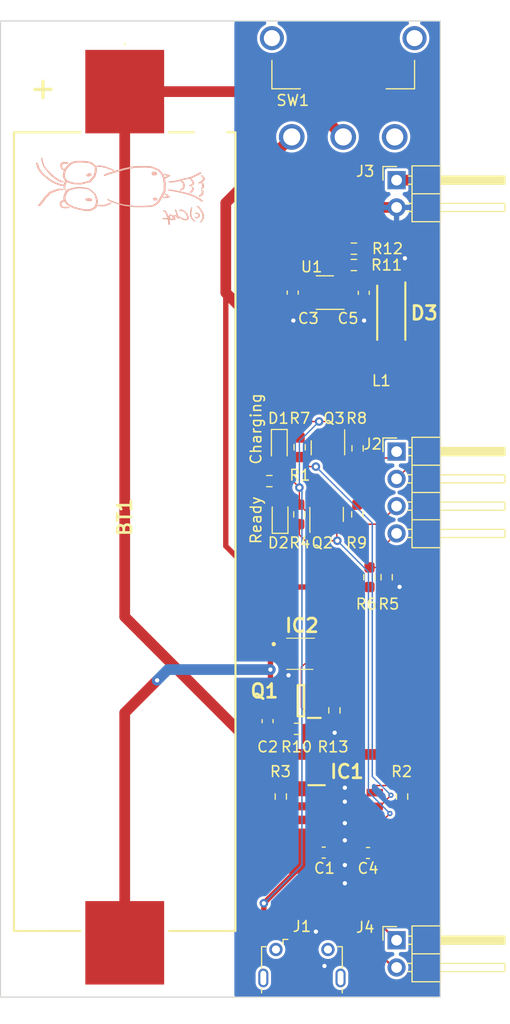
<source format=kicad_pcb>
(kicad_pcb (version 20221018) (generator pcbnew)
  (title_block (company "chof.org"))
  (layers (0 "F.Cu" signal) (31 "B.Cu" signal) (34 "B.Paste" user) (35 "F.Paste" user) (36 "B.SilkS" user "B.Silkscreen") (37 "F.SilkS" user "F.Silkscreen") (38 "B.Mask" user) (39 "F.Mask" user) (44 "Edge.Cuts" user))
  (net 0 "")
  (net 1 "BAT+")
  (net 2 "BAT-")
  (net 3 "VBUS")
  (net 4 "GND")
  (net 5 "VBAT")
  (net 6 "+5V")
  (net 7 "CHG_IND")
  (net 8 "Net-(D1-A)")
  (net 9 "RDY_IND")
  (net 10 "Net-(IC1-ISET)")
  (net 11 "Net-(IC1-FB)")
  (net 12 "Net-(IC2-OD)")
  (net 13 "Net-(IC2-CS)")
  (net 14 "Net-(IC2-OC)")
  (net 16 "VREF")
  (net 17 "Net-(J2-Pin_2)")
  (net 18 "Net-(J2-Pin_3)")
  (net 19 "/BAT_SENSE")
  (net 20 "/boosted")
  (net 23 "Net-(U1-FB)")
  (net 26 "Net-(IC2-VSS)")
  (net 29 "USB_P")
  (net 30 "USB_N")
  (footprint "Chof747 Footprints:SOT95P280X145-6N" (layer "F.Cu") (at 77 122.6 180)
    (fp_text reference "IC2" (at -0.1 7) (layer "F.SilkS") (effects (font (size 1.27 1.27) (thickness 0.254))))
    (fp_text value "HY2112" hide)
    (pad "1" smd rect (at -1.25 -0.95 270) (size 0.6 1.2) (layers "F.Cu" "F.Paste" "F.Mask") (net 12 "Net-(IC2-OD)"))
    (pad "2" smd rect (at -1.25 0 270) (size 0.6 1.2) (layers "F.Cu" "F.Paste" "F.Mask") (net 13 "Net-(IC2-CS)"))
    (pad "3" smd rect (at -1.25 0.95 270) (size 0.6 1.2) (layers "F.Cu" "F.Paste" "F.Mask") (net 14 "Net-(IC2-OC)"))
    (pad "4" smd rect (at 1.25 0.95 270) (size 0.6 1.2) (layers "F.Cu" "F.Paste" "F.Mask"))
    (pad "5" smd rect (at 1.25 0 270) (size 0.6 1.2) (layers "F.Cu" "F.Paste" "F.Mask") (net 2 "BAT-"))
    (pad "6" smd rect (at 1.25 -0.95 270) (size 0.6 1.2) (layers "F.Cu" "F.Paste" "F.Mask") (net 26 "Net-(IC2-VSS)"))
  )
  (footprint "Connector_PinHeader_2.54mm:PinHeader_1x04_P2.54mm_Horizontal" (layer "F.Cu") (at 85.925 99.4)
    (fp_text reference "J2" (at -2.225 -0.7) (layer "F.SilkS"))
    (fp_text value "INDICATORS")
    (pad "1" thru_hole rect (at 0 0) (size 1.7 1.7) (drill 1) (layers "*.Cu" "*.Mask") (net 16 "VREF"))
    (pad "2" thru_hole oval (at 0 2.54) (size 1.7 1.7) (drill 1) (layers "*.Cu" "*.Mask") (net 17 "Net-(J2-Pin_2)"))
    (pad "3" thru_hole oval (at 0 5.08) (size 1.7 1.7) (drill 1) (layers "*.Cu" "*.Mask") (net 18 "Net-(J2-Pin_3)"))
    (pad "4" thru_hole oval (at 0 7.62) (size 1.7 1.7) (drill 1) (layers "*.Cu" "*.Mask") (net 19 "/BAT_SENSE"))
  )
  (footprint "Chof747 Footprints:BH18650B1BA002" (layer "F.Cu") (at 60.579 105.5116 90)
    (fp_text reference "BT1" (at 0 0 90) (layer "F.SilkS") (effects (font (size 1.27 1.27) (thickness 0.254))))
    (fp_text value "BH-18650-B1BA002" hide)
    (fp_text user "+" (at 38.4 -6.6 90 unlocked) (layer "F.SilkS") (effects (font (size 2 2) (thickness 0.3)) (justify left bottom)))
    (pad "" np_thru_hole circle (at 35.84 8 90) (size 2.4 2.4) (drill 2.4) (layers "*.Cu" "*.Mask"))
    (pad "1" smd rect (at 39.63 0 180) (size 7.35 7.77) (layers "F.Cu" "F.Paste" "F.Mask") (net 1 "BAT+"))
    (pad "2" smd rect (at -39.63 0 180) (size 7.35 7.77) (layers "F.Cu" "F.Paste" "F.Mask") (net 2 "BAT-"))
  )
  (footprint "Capacitor_SMD:C_0603_1608Metric_Pad1.08x0.95mm_HandSolder" (layer "F.Cu") (at 73.9 124.5 90)
    (fp_text reference "C2" (at -2.4 0 180) (layer "F.SilkS"))
    (fp_text value "0.1uF")
    (pad "1" smd roundrect (at -0.8625 0 90) (size 1.075 0.95) (layers "F.Cu" "F.Paste" "F.Mask") (net 26 "Net-(IC2-VSS)"))
    (pad "2" smd roundrect (at 0.8625 0 90) (size 1.075 0.95) (layers "F.Cu" "F.Paste" "F.Mask") (net 2 "BAT-"))
  )
  (footprint "Resistor_SMD:R_0603_1608Metric_Pad0.98x0.95mm_HandSolder" (layer "F.Cu") (at 76.8625 105.25 -90)
    (fp_text reference "R4" (at 2.65 -0.0375 -180) (layer "F.SilkS"))
    (fp_text value "10k")
    (pad "1" smd roundrect (at -0.9125 0 270) (size 0.975 0.95) (layers "F.Cu" "F.Paste" "F.Mask") (net 3 "VBUS"))
    (pad "2" smd roundrect (at 0.9125 0 270) (size 0.975 0.95) (layers "F.Cu" "F.Paste" "F.Mask") (net 9 "RDY_IND"))
  )
  (footprint "Resistor_SMD:R_0603_1608Metric_Pad0.98x0.95mm_HandSolder" (layer "F.Cu") (at 76.65 125.22)
    (fp_text reference "R10" (at -0.05 1.68) (layer "F.SilkS"))
    (fp_text value "100")
    (pad "1" smd roundrect (at -0.9125 0) (size 0.975 0.95) (layers "F.Cu" "F.Paste" "F.Mask") (net 26 "Net-(IC2-VSS)"))
    (pad "2" smd roundrect (at 0.9125 0) (size 0.975 0.95) (layers "F.Cu" "F.Paste" "F.Mask") (net 1 "BAT+"))
  )
  (footprint "Resistor_SMD:R_0603_1608Metric_Pad0.98x0.95mm_HandSolder" (layer "F.Cu") (at 80.13 123.5 -90)
    (fp_text reference "R13" (at 3.4 0.13 -180) (layer "F.SilkS"))
    (fp_text value "2k")
    (pad "1" smd roundrect (at -0.9125 0 270) (size 0.975 0.95) (layers "F.Cu" "F.Paste" "F.Mask") (net 13 "Net-(IC2-CS)"))
    (pad "2" smd roundrect (at 0.9125 0 270) (size 0.975 0.95) (layers "F.Cu" "F.Paste" "F.Mask") (net 4 "GND"))
  )
  (footprint "Resistor_SMD:R_0603_1608Metric_Pad0.98x0.95mm_HandSolder" (layer "F.Cu") (at 82.2625 105.25 -90)
    (fp_text reference "R9" (at 2.65 0.0625 -180) (layer "F.SilkS"))
    (fp_text value "10k")
    (pad "1" smd roundrect (at -0.9125 0 270) (size 0.975 0.95) (layers "F.Cu" "F.Paste" "F.Mask") (net 16 "VREF"))
    (pad "2" smd roundrect (at 0.9125 0 270) (size 0.975 0.95) (layers "F.Cu" "F.Paste" "F.Mask") (net 18 "Net-(J2-Pin_3)"))
  )
  (footprint "Package_TO_SOT_SMD:SOT-23" (layer "F.Cu") (at 79.4 105.25 90)
    (fp_text reference "Q2" (at -2.65 -0.4 180) (layer "F.SilkS"))
    (fp_text value "2N7002")
    (pad "1" smd roundrect (at -0.9375 -0.95 90) (size 1.475 0.6) (layers "F.Cu" "F.Paste" "F.Mask") (net 3 "VBUS"))
    (pad "2" smd roundrect (at -0.9375 0.95 90) (size 1.475 0.6) (layers "F.Cu" "F.Paste" "F.Mask") (net 9 "RDY_IND"))
    (pad "3" smd roundrect (at 0.9375 0 90) (size 1.475 0.6) (layers "F.Cu" "F.Paste" "F.Mask") (net 18 "Net-(J2-Pin_3)"))
  )
  (footprint "Package_TO_SOT_SMD:SOT-23" (layer "F.Cu") (at 79.525 99.05 -90)
    (fp_text reference "Q3" (at -2.75 -0.575 -180) (layer "F.SilkS"))
    (fp_text value "2N7002")
    (pad "1" smd roundrect (at -0.9375 -0.95 270) (size 1.475 0.6) (layers "F.Cu" "F.Paste" "F.Mask") (net 3 "VBUS"))
    (pad "2" smd roundrect (at -0.9375 0.95 270) (size 1.475 0.6) (layers "F.Cu" "F.Paste" "F.Mask") (net 7 "CHG_IND"))
    (pad "3" smd roundrect (at 0.9375 0 270) (size 1.475 0.6) (layers "F.Cu" "F.Paste" "F.Mask") (net 17 "Net-(J2-Pin_2)"))
  )
  (footprint "Capacitor_SMD:C_0603_1608Metric_Pad1.08x0.95mm_HandSolder" (layer "F.Cu") (at 79.13 136.74)
    (fp_text reference "C1" (at 0.07 1.46) (layer "F.SilkS"))
    (fp_text value "1uF")
    (pad "1" smd roundrect (at -0.8625 0) (size 1.075 0.95) (layers "F.Cu" "F.Paste" "F.Mask") (net 3 "VBUS"))
    (pad "2" smd roundrect (at 0.8625 0) (size 1.075 0.95) (layers "F.Cu" "F.Paste" "F.Mask") (net 4 "GND"))
  )
  (footprint "Capacitor_SMD:C_0603_1608Metric_Pad1.08x0.95mm_HandSolder" (layer "F.Cu") (at 82.8654 84.6202 -90)
    (fp_text reference "C5" (at 2.3798 1.4654 -180) (layer "F.SilkS"))
    (fp_text value "22uF")
    (pad "1" smd roundrect (at -0.8625 0 270) (size 1.075 0.95) (layers "F.Cu" "F.Paste" "F.Mask") (net 6 "+5V"))
    (pad "2" smd roundrect (at 0.8625 0 270) (size 1.075 0.95) (layers "F.Cu" "F.Paste" "F.Mask") (net 4 "GND"))
  )
  (footprint "Resistor_SMD:R_0603_1608Metric_Pad0.98x0.95mm_HandSolder" (layer "F.Cu") (at 81.9454 82.0294 180)
    (fp_text reference "R11" (at -3.048 0) (layer "F.SilkS"))
    (fp_text value "7k5")
    (pad "1" smd roundrect (at -0.9125 0 180) (size 0.975 0.95) (layers "F.Cu" "F.Paste" "F.Mask") (net 6 "+5V"))
    (pad "2" smd roundrect (at 0.9125 0 180) (size 0.975 0.95) (layers "F.Cu" "F.Paste" "F.Mask") (net 23 "Net-(U1-FB)"))
  )
  (footprint "Resistor_SMD:R_0603_1608Metric_Pad0.98x0.95mm_HandSolder" (layer "F.Cu") (at 82.2875 99.1 90)
    (fp_text reference "R8" (at 2.8 -0.0875 180) (layer "F.SilkS"))
    (fp_text value "10k")
    (pad "1" smd roundrect (at -0.9125 0 90) (size 0.975 0.95) (layers "F.Cu" "F.Paste" "F.Mask") (net 16 "VREF"))
    (pad "2" smd roundrect (at 0.9125 0 90) (size 0.975 0.95) (layers "F.Cu" "F.Paste" "F.Mask") (net 17 "Net-(J2-Pin_2)"))
  )
  (footprint "LED_SMD:LED_0603_1608Metric_Pad1.05x0.95mm_HandSolder" (layer "F.Cu") (at 74.9875 99 -90)
    (fp_text reference "D1" (at -2.7 0.0875 -180) (layer "F.SilkS"))
    (fp_text value "RED")
    (pad "1" smd roundrect (at -0.875 0 270) (size 1.05 0.95) (layers "F.Cu" "F.Paste" "F.Mask") (net 7 "CHG_IND"))
    (pad "2" smd roundrect (at 0.875 0 270) (size 1.05 0.95) (layers "F.Cu" "F.Paste" "F.Mask") (net 8 "Net-(D1-A)"))
  )
  (footprint "Chof747 Footprints:FS8205" (layer "F.Cu") (at 76.32 118.23)
    (fp_text reference "Q1" (at -2.72 3.47) (layer "F.SilkS") (effects (font (size 1.27 1.27) (thickness 0.254))))
    (fp_text value "FS8205" hide)
    (pad "1" smd rect (at -0.5 -0.95 90) (size 0.6 1.4) (layers "F.Cu" "F.Paste" "F.Mask") (net 2 "BAT-"))
    (pad "2" smd rect (at -0.5 0 90) (size 0.6 1.4) (layers "F.Cu" "F.Paste" "F.Mask"))
    (pad "3" smd rect (at -0.5 0.95 90) (size 0.6 1.4) (layers "F.Cu" "F.Paste" "F.Mask") (net 4 "GND"))
    (pad "4" smd rect (at 1.8 -0.95 90) (size 0.6 1.4) (layers "F.Cu" "F.Paste" "F.Mask") (net 14 "Net-(IC2-OC)"))
    (pad "5" smd rect (at 1.8 0 90) (size 0.6 1.4) (layers "F.Cu" "F.Paste" "F.Mask"))
    (pad "6" smd rect (at 1.8 0.95 90) (size 0.6 1.4) (layers "F.Cu" "F.Paste" "F.Mask") (net 12 "Net-(IC2-OD)"))
  )
  (footprint "Resistor_SMD:R_0603_1608Metric_Pad0.98x0.95mm_HandSolder" (layer "F.Cu") (at 86.44 131.52 90)
    (fp_text reference "R2" (at 2.32 -0.04 180) (layer "F.SilkS"))
    (fp_text value "0")
    (pad "1" smd roundrect (at -0.9125 0 90) (size 0.975 0.95) (layers "F.Cu" "F.Paste" "F.Mask") (net 1 "BAT+"))
    (pad "2" smd roundrect (at 0.9125 0 90) (size 0.975 0.95) (layers "F.Cu" "F.Paste" "F.Mask") (net 11 "Net-(IC1-FB)"))
  )
  (footprint "Connector_PinHeader_2.54mm:PinHeader_1x02_P2.54mm_Horizontal" (layer "F.Cu") (at 85.925 144.9)
    (fp_text reference "J4" (at -2.925 -1.2) (layer "F.SilkS"))
    (fp_text value "USB")
    (pad "1" thru_hole rect locked (at 0 0) (size 1.7 1.7) (drill 1) (layers "*.Cu" "*.Mask") (net 30 "USB_N"))
    (pad "2" thru_hole oval locked (at 0 2.54) (size 1.7 1.7) (drill 1) (layers "*.Cu" "*.Mask") (net 29 "USB_P"))
  )
  (footprint "Chof747 Footprints:SOIC127P600X175-9N" (layer "F.Cu") (at 81.18 133.07)
    (fp_text reference "IC1" (at 0.12 -3.87) (layer "F.SilkS") (effects (font (size 1.27 1.27) (thickness 0.254))))
    (fp_text value "CN3058E" hide)
    (pad "1" smd rect (at -2.712 -1.905 90) (size 0.7 1.525) (layers "F.Cu" "F.Paste" "F.Mask") (net 4 "GND"))
    (pad "2" smd rect (at -2.712 -0.635 90) (size 0.7 1.525) (layers "F.Cu" "F.Paste" "F.Mask") (net 10 "Net-(IC1-ISET)"))
    (pad "3" smd rect (at -2.712 0.635 90) (size 0.7 1.525) (layers "F.Cu" "F.Paste" "F.Mask") (net 4 "GND"))
    (pad "4" smd rect (at -2.712 1.905 90) (size 0.7 1.525) (layers "F.Cu" "F.Paste" "F.Mask") (net 3 "VBUS"))
    (pad "5" smd rect (at 2.712 1.905 90) (size 0.7 1.525) (layers "F.Cu" "F.Paste" "F.Mask") (net 1 "BAT+"))
    (pad "6" smd rect (at 2.712 0.635 90) (size 0.7 1.525) (layers "F.Cu" "F.Paste" "F.Mask") (net 9 "RDY_IND"))
    (pad "7" smd rect (at 2.712 -0.635 90) (size 0.7 1.525) (layers "F.Cu" "F.Paste" "F.Mask") (net 7 "CHG_IND"))
    (pad "8" smd rect (at 2.712 -1.905 90) (size 0.7 1.525) (layers "F.Cu" "F.Paste" "F.Mask") (net 11 "Net-(IC1-FB)"))
    (pad "9" smd rect (at 0 0) (size 2.513 3.402) (layers "F.Cu" "F.Paste" "F.Mask") (net 4 "GND"))
  )
  (footprint "Chof747 Footprints:SMD0740" (layer "F.Cu") (at 79.5888 90.1574)
    (fp_text reference "L1" (at 4.9112 2.6426 unlocked) (layer "F.SilkS"))
    (fp_text value "22uH")
    (pad "1" smd roundrect (at -2.75 0) (size 1.8 3.4) (layers "F.Cu" "F.Paste" "F.Mask") (net 5 "VBAT"))
    (pad "2" smd roundrect (at 2.75 0) (size 1.8 3.4) (layers "F.Cu" "F.Paste" "F.Mask") (net 20 "/boosted"))
  )
  (footprint "Resistor_SMD:R_0603_1608Metric_Pad0.98x0.95mm_HandSolder" (layer "F.Cu") (at 85 111.1 90)
    (fp_text reference "R6" (at -2.5 -1.9 180) (layer "F.SilkS"))
    (fp_text value "470k")
    (pad "1" smd roundrect (at -0.9125 0 90) (size 0.975 0.95) (layers "F.Cu" "F.Paste" "F.Mask") (net 4 "GND"))
    (pad "2" smd roundrect (at 0.9125 0 90) (size 0.975 0.95) (layers "F.Cu" "F.Paste" "F.Mask") (net 19 "/BAT_SENSE"))
  )
  (footprint "Chof747 Footprints:Micro USB" (layer "F.Cu") (at 77.1 147.115)
    (fp_text reference "J1" (at 0 -3.5) (layer "F.SilkS"))
    (fp_text value "USB_B_Micro")
    (pad "1" smd rect (at -1.3 -1.35) (size 0.4 1.35) (layers "F.Cu" "F.Paste" "F.Mask") (net 3 "VBUS"))
    (pad "2" smd rect (at -0.65 -1.35) (size 0.4 1.35) (layers "F.Cu" "F.Paste" "F.Mask") (net 30 "USB_N"))
    (pad "3" smd rect (at 0 -1.35) (size 0.4 1.35) (layers "F.Cu" "F.Paste" "F.Mask") (net 29 "USB_P"))
    (pad "4" smd rect (at 0.65 -1.35) (size 0.4 1.35) (layers "F.Cu" "F.Paste" "F.Mask"))
    (pad "5" smd rect (at 1.3 -1.35) (size 0.4 1.35) (layers "F.Cu" "F.Paste" "F.Mask") (net 4 "GND"))
    (pad "6" thru_hole oval (at -3.6 1.3) (size 0.94 1.75) (drill oval 0.55 1.35) (layers "*.Cu" "*.Mask"))
    (pad "6" thru_hole circle (at -2.425 -1.35) (size 1.25 1.25) (drill 0.75) (layers "*.Cu" "*.Mask"))
    (pad "6" thru_hole circle (at 2.425 -1.35) (size 1.25 1.25) (drill 0.75) (layers "*.Cu" "*.Mask"))
    (pad "6" thru_hole oval (at 3.6 1.3) (size 0.94 1.75) (drill oval 0.55 1.35) (layers "*.Cu" "*.Mask"))
  )
  (footprint "Connector_PinHeader_2.54mm:PinHeader_1x02_P2.54mm_Horizontal" (layer "F.Cu") (at 85.925 74.125)
    (fp_text reference "J3" (at -2.925 -0.825) (layer "F.SilkS"))
    (fp_text value "PWR")
    (pad "1" thru_hole rect (at 0 0) (size 1.7 1.7) (drill 1) (layers "*.Cu" "*.Mask") (net 6 "+5V"))
    (pad "2" thru_hole oval (at 0 2.54) (size 1.7 1.7) (drill 1) (layers "*.Cu" "*.Mask") (net 4 "GND"))
  )
  (footprint "Capacitor_SMD:C_0603_1608Metric_Pad1.08x0.95mm_HandSolder" (layer "F.Cu") (at 83.2625 136.78 180)
    (fp_text reference "C4" (at 0 -1.43) (layer "F.SilkS"))
    (fp_text value "4u7")
    (pad "1" smd roundrect (at -0.8625 0 180) (size 1.075 0.95) (layers "F.Cu" "F.Paste" "F.Mask") (net 1 "BAT+"))
    (pad "2" smd roundrect (at 0.8625 0 180) (size 1.075 0.95) (layers "F.Cu" "F.Paste" "F.Mask") (net 4 "GND"))
  )
  (footprint "Capacitor_SMD:C_0603_1608Metric_Pad1.08x0.95mm_HandSolder" (layer "F.Cu") (at 76.24 84.5948 -90)
    (fp_text reference "C3" (at 2.4052 -1.46 -180) (layer "F.SilkS"))
    (fp_text value "22uF")
    (pad "1" smd roundrect (at -0.8625 0 270) (size 1.075 0.95) (layers "F.Cu" "F.Paste" "F.Mask") (net 5 "VBAT"))
    (pad "2" smd roundrect (at 0.8625 0 270) (size 1.075 0.95) (layers "F.Cu" "F.Paste" "F.Mask") (net 4 "GND"))
  )
  (footprint "Resistor_SMD:R_0603_1608Metric_Pad0.98x0.95mm_HandSolder" (layer "F.Cu") (at 81.9454 80.5054)
    (fp_text reference "R12" (at 3.1298 0) (layer "F.SilkS"))
    (fp_text value "1k")
    (pad "1" smd roundrect (at -0.9125 0) (size 0.975 0.95) (layers "F.Cu" "F.Paste" "F.Mask") (net 23 "Net-(U1-FB)"))
    (pad "2" smd roundrect (at 0.9125 0) (size 0.975 0.95) (layers "F.Cu" "F.Paste" "F.Mask") (net 4 "GND"))
  )
  (footprint "Resistor_SMD:R_0603_1608Metric_Pad0.98x0.95mm_HandSolder" (layer "F.Cu") (at 83.4 111.1 -90)
    (fp_text reference "R5" (at 2.5 -1.8 -180) (layer "F.SilkS"))
    (fp_text value "470k")
    (pad "1" smd roundrect (at -0.9125 0 270) (size 0.975 0.95) (layers "F.Cu" "F.Paste" "F.Mask") (net 19 "/BAT_SENSE"))
    (pad "2" smd roundrect (at 0.9125 0 270) (size 0.975 0.95) (layers "F.Cu" "F.Paste" "F.Mask") (net 5 "VBAT"))
  )
  (footprint "Chof747 Footprints:DIOM5026X262N" (layer "F.Cu") (at 85.43 86.47 -90)
    (fp_text reference "D3" (at 0.03 -3.07 -180) (layer "F.SilkS") (effects (font (size 1.27 1.27) (thickness 0.254))))
    (fp_text value "SS34A" hide)
    (pad "1" smd rect (at -2.05 0) (size 1.55 2.2) (layers "F.Cu" "F.Paste" "F.Mask") (net 6 "+5V"))
    (pad "2" smd rect (at 2.05 0) (size 1.55 2.2) (layers "F.Cu" "F.Paste" "F.Mask") (net 20 "/boosted"))
  )
  (footprint "Resistor_SMD:R_0603_1608Metric_Pad0.98x0.95mm_HandSolder" (layer "F.Cu") (at 75.13 131.52 90)
    (fp_text reference "R3" (at 2.32 -0.03 180) (layer "F.SilkS"))
    (fp_text value "2k4 / 1k2")
    (pad "1" smd roundrect (at -0.9125 0 90) (size 0.975 0.95) (layers "F.Cu" "F.Paste" "F.Mask") (net 10 "Net-(IC1-ISET)"))
    (pad "2" smd roundrect (at 0.9125 0 90) (size 0.975 0.95) (layers "F.Cu" "F.Paste" "F.Mask") (net 4 "GND"))
  )
  (footprint "Resistor_SMD:R_0603_1608Metric_Pad0.98x0.95mm_HandSolder" (layer "F.Cu") (at 74.0625 102.15 180)
    (fp_text reference "R1" (at -2.8375 0.55) (layer "F.SilkS"))
    (fp_text value "1k")
    (pad "1" smd roundrect (at -0.9125 0 180) (size 0.975 0.95) (layers "F.Cu" "F.Paste" "F.Mask") (net 3 "VBUS"))
    (pad "2" smd roundrect (at 0.9125 0 180) (size 0.975 0.95) (layers "F.Cu" "F.Paste" "F.Mask") (net 8 "Net-(D1-A)"))
  )
  (footprint "Resistor_SMD:R_0603_1608Metric_Pad0.98x0.95mm_HandSolder" (layer "F.Cu") (at 76.8875 99 -90)
    (fp_text reference "R7" (at -2.7 -0.0125 -180) (layer "F.SilkS"))
    (fp_text value "10k")
    (pad "1" smd roundrect (at -0.9125 0 270) (size 0.975 0.95) (layers "F.Cu" "F.Paste" "F.Mask") (net 3 "VBUS"))
    (pad "2" smd roundrect (at 0.9125 0 270) (size 0.975 0.95) (layers "F.Cu" "F.Paste" "F.Mask") (net 7 "CHG_IND"))
  )
  (footprint "LED_SMD:LED_0603_1608Metric_Pad1.05x0.95mm_HandSolder" (layer "F.Cu") (at 75.0625 105.35 90)
    (fp_text reference "D2" (at -2.55 -0.1625 180) (layer "F.SilkS"))
    (fp_text value "GREEN")
    (pad "1" smd roundrect (at -0.875 0 90) (size 1.05 0.95) (layers "F.Cu" "F.Paste" "F.Mask") (net 9 "RDY_IND"))
    (pad "2" smd roundrect (at 0.875 0 90) (size 1.05 0.95) (layers "F.Cu" "F.Paste" "F.Mask") (net 8 "Net-(D1-A)"))
  )
  (footprint "Chof747 Footprints:Slide-switch-SS-12D11L7" (layer "F.Cu") (at 80.95 65.5)
    (fp_text reference "SW1" (at -4.7 1.2 unlocked) (layer "F.SilkS"))
    (fp_text value "SW_SPDT")
    (pad "1" thru_hole circle (at -4.8 4.6) (size 2.4 2.4) (drill 1.6) (layers "*.Cu" "*.Mask") (net 5 "VBAT"))
    (pad "2" thru_hole circle (at 0 4.6) (size 2.4 2.4) (drill 1.6) (layers "*.Cu" "*.Mask") (net 1 "BAT+"))
    (pad "3" thru_hole circle (at 4.8 4.6) (size 2.4 2.4) (drill 1.6) (layers "*.Cu" "*.Mask"))
    (pad "4" thru_hole circle (at 6.65 -4.6) (size 2.25 2.25) (drill 1.5) (layers "*.Cu" "*.Mask"))
    (pad "5" thru_hole circle (at -6.65 -4.6) (size 2.25 2.25) (drill 1.5) (layers "*.Cu" "*.Mask"))
  )
  (footprint "Package_TO_SOT_SMD:SOT-23-6" (layer "F.Cu") (at 79.2332 84.5948 180)
    (fp_text reference "U1" (at 1.2332 2.3948) (layer "F.SilkS"))
    (fp_text value "MT3608")
    (pad "1" smd roundrect (at -1.1375 -0.95 180) (size 1.325 0.6) (layers "F.Cu" "F.Paste" "F.Mask") (net 20 "/boosted"))
    (pad "2" smd roundrect (at -1.1375 0 180) (size 1.325 0.6) (layers "F.Cu" "F.Paste" "F.Mask") (net 4 "GND"))
    (pad "3" smd roundrect (at -1.1375 0.95 180) (size 1.325 0.6) (layers "F.Cu" "F.Paste" "F.Mask") (net 23 "Net-(U1-FB)"))
    (pad "4" smd roundrect (at 1.1375 0.95 180) (size 1.325 0.6) (layers "F.Cu" "F.Paste" "F.Mask") (net 5 "VBAT"))
    (pad "5" smd roundrect (at 1.1375 0 180) (size 1.325 0.6) (layers "F.Cu" "F.Paste" "F.Mask") (net 5 "VBAT"))
    (pad "6" smd roundrect (at 1.1375 -0.95 180) (size 1.325 0.6) (layers "F.Cu" "F.Paste" "F.Mask"))
  )
  (footprint "LOGO" (layer "B.Cu") (at 60.6 74.9 -90)
    (fp_text reference "G***" hide)
    (fp_text value "LOGO" hide)
  )
  (gr_rect (start 49 59.3) (end 90 150.2) (stroke (width 0.1)) (fill none) (layer "Edge.Cuts"))
  (gr_text "Ready" (at 73.4 108.1 90) (layer "F.SilkS") (effects (font (size 1 1)) (justify left bottom)))
  (gr_text "Charging" (at 73.4 100.7 90) (layer "F.SilkS") (effects (font (size 1 1)) (justify left bottom)))
  (segment (start 78.9 127.6) (end 73.4 127.6) (width 1) (layer "F.Cu") (net 1))
  (segment (start 88 129.1) (end 86.5 127.6) (width 1) (layer "F.Cu") (net 1))
  (segment (start 60.579 65.8816) (end 76.7316 65.8816) (width 1) (layer "F.Cu") (net 1))
  (segment (start 86.5 127.6) (end 78.9 127.6) (width 1) (layer "F.Cu") (net 1))
  (segment (start 60.579 114.779) (end 60.579 65.8816) (width 1) (layer "F.Cu") (net 1))
  (segment (start 77.5625 126.2625) (end 77.5625 125.22) (width 1) (layer "F.Cu") (net 1))
  (segment (start 78.9 127.6) (end 77.5625 126.2625) (width 1) (layer "F.Cu") (net 1))
  (segment (start 76.7316 65.8816) (end 80.95 70.1) (width 1) (layer "F.Cu") (net 1))
  (segment (start 73.4 127.6) (end 60.579 114.779) (width 1) (layer "F.Cu") (net 1))
  (segment (start 88 134.8) (end 88 129.1) (width 1) (layer "F.Cu") (net 1))
  (segment (start 74.83 117.28) (end 75.82 117.28) (width 0.5) (layer "F.Cu") (net 2))
  (segment (start 73.9 122.24) (end 73.9 123.6375) (width 0.5) (layer "F.Cu") (net 2))
  (segment (start 74.16 121.98) (end 74.16 117.95) (width 0.5) (layer "F.Cu") (net 2))
  (segment (start 74.16 121.98) (end 73.9 122.24) (width 0.5) (layer "F.Cu") (net 2))
  (segment (start 74.78 122.6) (end 74.16 121.98) (width 0.5) (layer "F.Cu") (net 2))
  (segment (start 63.6 120.7) (end 60.579 123.721) (width 1) (layer "F.Cu") (net 2))
  (segment (start 74.16 117.95) (end 74.83 117.28) (width 0.5) (layer "F.Cu") (net 2))
  (segment (start 60.579 123.721) (end 60.579 145.1416) (width 1) (layer "F.Cu") (net 2))
  (segment (start 75.75 122.6) (end 74.78 122.6) (width 0.5) (layer "F.Cu") (net 2))
  (via (at 74.16 119.7) (size 0.8) (drill 0.4) (layers "F.Cu" "B.Cu") (net 2))
  (via (at 63.6 120.7) (size 0.8) (drill 0.4) (layers "F.Cu" "B.Cu") (net 2))
  (segment (start 74.16 119.7) (end 64.6 119.7) (width 1) (layer "B.Cu") (net 2))
  (segment (start 64.6 119.7) (end 63.6 120.7) (width 1) (layer "B.Cu") (net 2))
  (segment (start 74.209009 146.89) (end 75.140991 146.89) (width 0.5) (layer "F.Cu") (net 3))
  (segment (start 76.8875 98.0875) (end 76.8875 97.325) (width 0.13) (layer "F.Cu") (net 3))
  (segment (start 77.6125 96.6) (end 78.7 96.6) (width 0.13) (layer "F.Cu") (net 3))
  (segment (start 80.475 98.1125) (end 80.475 97.2625) (width 0.13) (layer "F.Cu") (net 3))
  (segment (start 78.45 105.925) (end 76.8625 104.3375) (width 0.13) (layer "F.Cu") (net 3))
  (segment (start 73.55 146.230991) (end 74.209009 146.89) (width 0.5) (layer "F.Cu") (net 3))
  (segment (start 74.55375 140.45375) (end 73.55 141.4575) (width 0.5) (layer "F.Cu") (net 3))
  (segment (start 78.45 106.1875) (end 78.45 105.925) (width 0.13) (layer "F.Cu") (net 3))
  (segment (start 76.8875 97.325) (end 77.6125 96.6) (width 0.13) (layer "F.Cu") (net 3))
  (segment (start 76.2625 102.15) (end 76.8625 102.75) (width 0.13) (layer "F.Cu") (net 3))
  (segment (start 73.55 141.4575) (end 73.55 146.230991) (width 0.5) (layer "F.Cu") (net 3))
  (segment (start 79.8125 96.6) (end 78.7 96.6) (width 0.13) (layer "F.Cu") (net 3))
  (segment (start 76.8625 102.75) (end 76.8625 104.3375) (width 0.13) (layer "F.Cu") (net 3))
  (segment (start 78.2675 136.74) (end 74.55375 140.45375) (width 0.5) (layer "F.Cu") (net 3))
  (segment (start 80.475 97.2625) (end 79.8125 96.6) (width 0.13) (layer "F.Cu") (net 3))
  (segment (start 75.140991 146.89) (end 75.75 146.280991) (width 0.5) (layer "F.Cu") (net 3))
  (segment (start 74.975 102.15) (end 76.2625 102.15) (width 0.13) (layer "F.Cu") (net 3))
  (via (at 76.862498 102.75) (size 0.8) (drill 0.4) (layers "F.Cu" "B.Cu") (net 3))
  (via (at 78.7 96.6) (size 0.8) (drill 0.4) (layers "F.Cu" "B.Cu") (net 3))
  (via (at 73.55 141.4575) (size 0.8) (drill 0.4) (layers "F.Cu" "B.Cu") (net 3))
  (segment (start 73.55 141.4575) (end 77.1 137.9075) (width 0.13) (layer "B.Cu") (net 3))
  (segment (start 77.1 102.987502) (end 76.862498 102.75) (width 0.13) (layer "B.Cu") (net 3))
  (segment (start 77.1 137.9075) (end 77.1 102.987502) (width 0.13) (layer "B.Cu") (net 3))
  (segment (start 76.862498 98.437502) (end 78.7 96.6) (width 0.13) (layer "B.Cu") (net 3))
  (segment (start 76.862498 102.75) (end 76.862498 98.437502) (width 0.13) (layer "B.Cu") (net 3))
  (segment (start 80.13 124.4125) (end 80.13 125.56) (width 0.5) (layer "F.Cu") (net 4))
  (segment (start 82.8579 77.5421) (end 82.8579 80.5054) (width 1) (layer "F.Cu") (net 4))
  (segment (start 85 112.0125) (end 86.1875 112.0125) (width 0.5) (layer "F.Cu") (net 4))
  (segment (start 78.4 144.1) (end 78.5 144.2) (width 0.5) (layer "F.Cu") (net 4))
  (segment (start 79.2 147.3) (end 78.45 146.55) (width 0.5) (layer "F.Cu") (net 4))
  (segment (start 86.1875 112.0125) (end 86.2 112) (width 0.5) (layer "F.Cu") (net 4))
  (segment (start 85.925 76.665) (end 83.735 76.665) (width 1) (layer "F.Cu") (net 4))
  (segment (start 80.13 125.56) (end 80.15 125.58) (width 0.5) (layer "F.Cu") (net 4))
  (segment (start 75.82 120.2) (end 75.85 120.23) (width 0.5) (layer "F.Cu") (net 4))
  (segment (start 83.735 76.665) (end 82.8579 77.5421) (width 1) (layer "F.Cu") (net 4))
  (segment (start 78.45 146.55) (end 78.45 146.280991) (width 0.5) (layer "F.Cu") (net 4))
  (segment (start 75.82 119.18) (end 75.82 120.2) (width 0.5) (layer "F.Cu") (net 4))
  (segment (start 78.5 144.2) (end 78.5 145.1) (width 0.5) (layer "F.Cu") (net 4))
  (via (at 81.1 134) (size 0.8) (drill 0.4) (layers "F.Cu" "B.Cu") (net 4))
  (via (at 81.1 130.7) (size 0.8) (drill 0.4) (layers "F.Cu" "B.Cu") (net 4))
  (via (at 78.4 144.1) (size 0.8) (drill 0.4) (layers "F.Cu" "B.Cu") (net 4))
  (via (at 82.9 87.2) (size 0.8) (drill 0.4) (layers "F.Cu" "B.Cu") (net 4))
  (via (at 79.2 147.3) (size 0.8) (drill 0.4) (layers "F.Cu" "B.Cu") (net 4))
  (via (at 81.1 137.9) (size 0.8) (drill 0.4) (layers "F.Cu" "B.Cu") (net 4))
  (via (at 81.1 139.6) (size 0.8) (drill 0.4) (layers "F.Cu" "B.Cu") (net 4))
  (via (at 86.2 112) (size 0.8) (drill 0.4) (layers "F.Cu" "B.Cu") (net 4))
  (via (at 86.7 81.4) (size 0.8) (drill 0.4) (layers "F.Cu" "B.Cu") (net 4))
  (via (at 75.85 120.23) (size 0.8) (drill 0.4) (layers "F.Cu" "B.Cu") (net 4))
  (via (at 81.1 132) (size 0.8) (drill 0.4) (layers "F.Cu" "B.Cu") (net 4))
  (via (at 81.1 135.6) (size 0.8) (drill 0.4) (layers "F.Cu" "B.Cu") (net 4))
  (via (at 80.15 125.58) (size 0.8) (drill 0.4) (layers "F.Cu" "B.Cu") (net 4))
  (via (at 76.3 87.2) (size 0.8) (drill 0.4) (layers "F.Cu" "B.Cu") (net 4))
  (segment (start 76.24 83.7323) (end 78.0082 83.7323) (width 1) (layer "F.Cu") (net 5))
  (segment (start 70 76.25) (end 70 84.6) (width 1) (layer "F.Cu") (net 5))
  (segment (start 70 84.6) (end 71.6 86.2) (width 1) (layer "F.Cu") (net 5))
  (segment (start 73.8125 112.0125) (end 83.4 112.0125) (width 0.5) (layer "F.Cu") (net 5))
  (segment (start 78.0957 83.6448) (end 78.0957 84.4948) (width 1) (layer "F.Cu") (net 5))
  (segment (start 75.35 83.76) (end 74.7 84.41) (width 1) (layer "F.Cu") (net 5))
  (segment (start 74.6 86.2) (end 74.7 86.3) (width 1) (layer "F.Cu") (net 5))
  (segment (start 71.6 86.2) (end 74.6 86.2) (width 1) (layer "F.Cu") (net 5))
  (segment (start 76.6174 90.1574) (end 76.8388 90.1574) (width 1) (layer "F.Cu") (net 5))
  (segment (start 74.7 88.24) (end 76.6174 90.1574) (width 1) (layer "F.Cu") (net 5))
  (segment (start 75.35 83.76) (end 76.2123 83.76) (width 1) (layer "F.Cu") (net 5))
  (segment (start 70 108.2) (end 73.8125 112.0125) (width 0.5) (layer "F.Cu") (net 5))
  (segment (start 76.15 70.1) (end 70 76.25) (width 1) (layer "F.Cu") (net 5))
  (segment (start 76.2123 83.76) (end 76.24 83.7323) (width 1) (layer "F.Cu") (net 5))
  (segment (start 74.7 84.41) (end 74.7 86.3) (width 1) (layer "F.Cu") (net 5))
  (segment (start 70 84.6) (end 70 108.2) (width 0.5) (layer "F.Cu") (net 5))
  (segment (start 78.0082 83.7323) (end 78.0957 83.6448) (width 1) (layer "F.Cu") (net 5))
  (segment (start 74.7 86.3) (end 74.7 88.24) (width 1) (layer "F.Cu") (net 5))
  (segment (start 84.75 83.74) (end 82.8831 83.74) (width 1) (layer "F.Cu") (net 6))
  (segment (start 82.8654 83.7577) (end 82.8654 82.0369) (width 1) (layer "F.Cu") (net 6))
  (segment (start 85.43 84.42) (end 84.75 83.74) (width 1) (layer "F.Cu") (net 6))
  (segment (start 82.8831 83.74) (end 82.8654 83.7577) (width 1) (layer "F.Cu") (net 6))
  (segment (start 85.43 84.42) (end 87.88 84.42) (width 1) (layer "F.Cu") (net 6))
  (segment (start 82.8654 82.0369) (end 82.8579 82.0294) (width 1) (layer "F.Cu") (net 6))
  (segment (start 87.225 74.125) (end 86.125 74.125) (width 1) (layer "F.Cu") (net 6))
  (segment (start 88.9 75.8) (end 87.225 74.125) (width 1) (layer "F.Cu") (net 6))
  (segment (start 88.9 83.4) (end 88.9 75.8) (width 1) (layer "F.Cu") (net 6))
  (segment (start 87.88 84.42) (end 88.9 83.4) (width 1) (layer "F.Cu") (net 6))
  (segment (start 76.8875 99.9125) (end 78.575 98.225) (width 0.13) (layer "F.Cu") (net 7))
  (segment (start 74.9875 98.125) (end 75.1 98.125) (width 0.13) (layer "F.Cu") (net 7))
  (segment (start 77.775 100.8) (end 76.8875 99.9125) (width 0.13) (layer "F.Cu") (net 7))
  (segment (start 84.365 132.435) (end 85.4 131.4) (width 0.13) (layer "F.Cu") (net 7))
  (segment (start 78.4 100.8) (end 77.775 100.8) (width 0.13) (layer "F.Cu") (net 7))
  (segment (start 75.1 98.125) (end 76.8875 99.9125) (width 0.13) (layer "F.Cu") (net 7))
  (segment (start 78.575 98.225) (end 78.575 98.1125) (width 0.13) (layer "F.Cu") (net 7))
  (segment (start 83.892 132.435) (end 84.365 132.435) (width 0.13) (layer "F.Cu") (net 7))
  (via (at 78.4 100.8) (size 0.8) (drill 0.4) (layers "F.Cu" "B.Cu") (net 7))
  (via (at 85.4 131.4) (size 0.5) (drill 0.2) (layers "F.Cu" "B.Cu") (net 7))
  (segment (start 83.66 129.66) (end 83.66 106.06) (width 0.13) (layer "B.Cu") (net 7))
  (segment (start 83.66 106.06) (end 78.4 100.8) (width 0.13) (layer "B.Cu") (net 7))
  (segment (start 85.4 131.4) (end 83.66 129.66) (width 0.13) (layer "B.Cu") (net 7))
  (segment (start 73.15 102.15) (end 74.9875 100.3125) (width 0.13) (layer "F.Cu") (net 8))
  (segment (start 73.15 102.5625) (end 75.0625 104.475) (width 0.13) (layer "F.Cu") (net 8))
  (segment (start 74.9875 100.3125) (end 74.9875 99.875) (width 0.13) (layer "F.Cu") (net 8))
  (segment (start 73.15 102.15) (end 73.15 102.5625) (width 0.13) (layer "F.Cu") (net 8))
  (segment (start 77.4125 107.7) (end 80.4 107.7) (width 0.13) (layer "F.Cu") (net 9))
  (segment (start 76.8625 107.15) (end 77.4125 107.7) (width 0.13) (layer "F.Cu") (net 9))
  (segment (start 83.892 133.705) (end 84.695 133.705) (width 0.13) (layer "F.Cu") (net 9))
  (segment (start 84.695 133.705) (end 85.3 133.1) (width 0.13) (layer "F.Cu") (net 9))
  (segment (start 76.8 106.225) (end 76.8625 106.1625) (width 0.13) (layer "F.Cu") (net 9))
  (segment (start 80.35 107.65) (end 80.4 107.7) (width 0.13) (layer "F.Cu") (net 9))
  (segment (start 80.35 106.1875) (end 80.35 107.65) (width 0.13) (layer "F.Cu") (net 9))
  (segment (start 76.8625 106.1625) (end 76.8625 107.15) (width 0.13) (layer "F.Cu") (net 9))
  (segment (start 75.0625 106.225) (end 76.8 106.225) (width 0.13) (layer "F.Cu") (net 9))
  (via (at 80.4 107.7) (size 0.8) (drill 0.4) (layers "F.Cu" "B.Cu") (net 9))
  (via (at 85.3 133.1) (size 0.5) (drill 0.2) (layers "F.Cu" "B.Cu") (net 9))
  (segment (start 85.3 133.1) (end 83.3 131.1) (width 0.13) (layer "B.Cu") (net 9))
  (segment (start 83.3 110.6) (end 80.4 107.7) (width 0.13) (layer "B.Cu") (net 9))
  (segment (start 83.3 131.1) (end 83.3 110.6) (width 0.13) (layer "B.Cu") (net 9))
  (segment (start 75.1325 132.435) (end 75.13 132.4325) (width 0.13) (layer "F.Cu") (net 10))
  (segment (start 78.468 132.435) (end 75.1325 132.435) (width 0.75) (layer "F.Cu") (net 10))
  (segment (start 84 130.5) (end 86.3325 130.5) (width 0.13) (layer "F.Cu") (net 11))
  (segment (start 83.892 131.165) (end 83.892 130.608) (width 0.13) (layer "F.Cu") (net 11))
  (segment (start 83.892 130.608) (end 84 130.5) (width 0.13) (layer "F.Cu") (net 11))
  (segment (start 86.3325 130.5) (end 86.44 130.6075) (width 0.13) (layer "F.Cu") (net 11))
  (segment (start 77.05 123.24) (end 77.36 123.55) (width 0.13) (layer "F.Cu") (net 12))
  (segment (start 77.36 123.55) (end 78.25 123.55) (width 0.13) (layer "F.Cu") (net 12))
  (segment (start 78.19 119.18) (end 77.34 119.18) (width 0.13) (layer "F.Cu") (net 12))
  (segment (start 77.34 119.18) (end 77.05 119.47) (width 0.13) (layer "F.Cu") (net 12))
  (segment (start 77.05 119.47) (end 77.05 123.24) (width 0.13) (layer "F.Cu") (net 12))
  (segment (start 80.1175 122.6) (end 78.25 122.6) (width 0.13) (layer "F.Cu") (net 13))
  (segment (start 80.13 122.5875) (end 80.1175 122.6) (width 0.13) (layer "F.Cu") (net 13))
  (segment (start 79.46 117.62) (end 79.46 121.35) (width 0.13) (layer "F.Cu") (net 14))
  (segment (start 79.46 121.35) (end 79.16 121.65) (width 0.13) (layer "F.Cu") (net 14))
  (segment (start 78.19 117.28) (end 79.12 117.28) (width 0.13) (layer "F.Cu") (net 14))
  (segment (start 79.16 121.65) (end 78.25 121.65) (width 0.13) (layer "F.Cu") (net 14))
  (segment (start 79.12 117.28) (end 79.46 117.62) (width 0.13) (layer "F.Cu") (net 14))
  (segment (start 82.3 100) (end 82.2875 100.0125) (width 0.13) (layer "F.Cu") (net 16))
  (segment (start 85.325 100) (end 82.3 100) (width 0.13) (layer "F.Cu") (net 16))
  (segment (start 85.925 99.4) (end 85.325 100) (width 0.13) (layer "F.Cu") (net 16))
  (segment (start 82.2875 104.3125) (end 82.2625 104.3375) (width 0.13) (layer "F.Cu") (net 16))
  (segment (start 82.2875 100.0125) (end 82.2875 104.3125) (width 0.13) (layer "F.Cu") (net 16))
  (segment (start 79.9625 99.55) (end 79.525 99.9875) (width 0.13) (layer "F.Cu") (net 17))
  (segment (start 82.2875 98.425) (end 81.1625 99.55) (width 0.13) (layer "F.Cu") (net 17))
  (segment (start 82.2875 98.1875) (end 82.2875 98.425) (width 0.13) (layer "F.Cu") (net 17))
  (segment (start 87.4 98.2) (end 86.6 97.4) (width 0.13) (layer "F.Cu") (net 17))
  (segment (start 86.6 97.4) (end 83.075 97.4) (width 0.13) (layer "F.Cu") (net 17))
  (segment (start 87.4 100.465) (end 87.4 98.2) (width 0.13) (layer "F.Cu") (net 17))
  (segment (start 85.925 101.94) (end 87.4 100.465) (width 0.13) (layer "F.Cu") (net 17))
  (segment (start 81.1625 99.55) (end 79.9625 99.55) (width 0.13) (layer "F.Cu") (net 17))
  (segment (start 83.075 97.4) (end 82.2875 98.1875) (width 0.13) (layer "F.Cu") (net 17))
  (segment (start 80.425 104.3125) (end 82.2625 106.15) (width 0.13) (layer "F.Cu") (net 18))
  (segment (start 82.2625 106.1625) (end 84.2425 106.1625) (width 0.13) (layer "F.Cu") (net 18))
  (segment (start 82.2625 106.15) (end 82.2625 106.1625) (width 0.13) (layer "F.Cu") (net 18))
  (segment (start 84.2425 106.1625) (end 85.925 104.48) (width 0.13) (layer "F.Cu") (net 18))
  (segment (start 79.4 104.3125) (end 80.425 104.3125) (width 0.13) (layer "F.Cu") (net 18))
  (segment (start 85 107.945) (end 85.925 107.02) (width 0.13) (layer "F.Cu") (net 19))
  (segment (start 85 110.1875) (end 85 107.945) (width 0.13) (layer "F.Cu") (net 19))
  (segment (start 83.4 110.1875) (end 85 110.1875) (width 0.13) (layer "F.Cu") (net 19))
  (segment (start 80.42 85.94) (end 80.42 88.2386) (width 1) (layer "F.Cu") (net 20))
  (segment (start 80.42 88.2386) (end 82.3388 90.1574) (width 1) (layer "F.Cu") (net 20))
  (segment (start 83.7926 90.1574) (end 85.43 88.52) (width 1) (layer "F.Cu") (net 20))
  (segment (start 82.3388 90.1574) (end 83.7926 90.1574) (width 1) (layer "F.Cu") (net 20))
  (segment (start 80.3707 82.6916) (end 80.3707 83.6448) (width 0.5) (layer "F.Cu") (net 23))
  (segment (start 81.0329 80.5054) (end 81.0329 82.0294) (width 0.5) (layer "F.Cu") (net 23))
  (segment (start 81.0329 82.0294) (end 80.3707 82.6916) (width 0.5) (layer "F.Cu") (net 23))
  (segment (start 75.595 125.3625) (end 75.7375 125.22) (width 0.13) (layer "F.Cu") (net 26))
  (segment (start 75.75 125.2075) (end 75.75 123.55) (width 0.13) (layer "F.Cu") (net 26))
  (segment (start 75.7375 125.22) (end 75.75 125.2075) (width 0.13) (layer "F.Cu") (net 26))
  (segment (start 74.2 125.3625) (end 75.595 125.3625) (width 0.13) (layer "F.Cu") (net 26))
  (segment (start 77 144.652499) (end 77 143.6182) (width 0.2) (layer "F.Cu") (net 29))
  (segment (start 81.3068 143.125) (end 85.6218 147.44) (width 0.2) (layer "F.Cu") (net 29))
  (segment (start 85.6218 147.44) (end 85.925 147.44) (width 0.2) (layer "F.Cu") (net 29))
  (segment (start 77.1 144.752499) (end 77 144.652499) (width 0.2) (layer "F.Cu") (net 29))
  (segment (start 77 143.6182) (end 77.4932 143.125) (width 0.2) (layer "F.Cu") (net 29))
  (segment (start 77.4932 143.125) (end 81.3068 143.125) (width 0.2) (layer "F.Cu") (net 29))
  (segment (start 77.1 145.765) (end 77.1 144.752499) (width 0.2) (layer "F.Cu") (net 29))
  (segment (start 83.6 142.6) (end 85.9 144.9) (width 0.2) (layer "F.Cu") (net 30))
  (segment (start 77.3818 142.6) (end 83.6 142.6) (width 0.2) (layer "F.Cu") (net 30))
  (segment (start 85.9 144.9) (end 85.925 144.9) (width 0.2) (layer "F.Cu") (net 30))
  (segment (start 76.55 143.4318) (end 77.3818 142.6) (width 0.2) (layer "F.Cu") (net 30))
  (segment (start 76.55 144.652499) (end 76.55 143.4318) (width 0.2) (layer "F.Cu") (net 30))
  (segment (start 76.45 145.765) (end 76.45 144.752499) (width 0.2) (layer "F.Cu") (net 30))
  (segment (start 76.45 144.752499) (end 76.55 144.652499) (width 0.2) (layer "F.Cu") (net 30))
  (zone (net 5) (net_name "VBAT") (layer "F.Cu") (priority 1) (connect_pads (clearance 0.04)) (min_thickness 0.25) (fill yes (thermal_gap 0.25) (thermal_bridge_width 0.5) (island_removal_mode 1) (island_area_min 10))
    (polygon (pts (xy 78.7 83) (xy 78.7 84.75) (xy 77.2 84.75) (xy 77.2 84.25) (xy 75.7 84.25) (xy 75.7 83)))
  )
  (zone (net 4) (net_name "GND") (layer "F.Cu") (priority 2) (connect_pads (clearance 0.04)) (min_thickness 0.5) (fill yes (thermal_gap 0) (thermal_bridge_width 0.7) (island_removal_mode 2) (island_area_min 10))
    (polygon (pts (xy 79.7 133.3) (xy 79.7 131.5) (xy 75.7 131.5) (xy 75.7 130.1) (xy 79.7 130.1) (xy 82.7 130.1) (xy 82.7 133.3) (xy 82.7 136.1) (xy 83 136.1) (xy 83 140.3) (xy 79.5 140.3) (xy 79.5 136.1) (xy 79.7 136.1) (xy 79.7 134.1) (xy 73 134.1) (xy 73 130.1) (xy 75.7 130.1) (xy 75.7 131.1) (xy 74.1 131.1) (xy 74.1 133.3)))
  )
  (zone (net 4) (net_name "GND") (layer "F.Cu") (connect_pads (clearance 0.04)) (min_thickness 0.4) (fill yes (thermal_gap 0.25) (thermal_bridge_width 0.7) (island_removal_mode 2) (island_area_min 10))
    (polygon (pts (xy 87.2 93.5) (xy 73.71 93.51) (xy 73.71 79.5) (xy 87.2 79.5)))
  )
  (zone (net 3) (net_name "VBUS") (layer "F.Cu") (priority 4) (connect_pads (clearance 0.04)) (min_thickness 0.5) (fill yes (thermal_gap 0) (thermal_bridge_width 0.7) (island_removal_mode 2) (island_area_min 10))
    (polygon (pts (xy 79.4 134.5) (xy 79.4 135.8) (xy 78.8 135.8) (xy 78.8 138.7) (xy 73 138.7) (xy 73 134.5)))
  )
  (zone (net 1) (net_name "BAT+") (layer "F.Cu") (priority 3) (connect_pads (clearance 0.04)) (min_thickness 0.5) (fill yes (thermal_gap 0) (thermal_bridge_width 0.7) (island_removal_mode 2) (island_area_min 10))
    (polygon (pts (xy 83.1 134.4) (xy 83.1 136.1) (xy 83.5 136.1) (xy 83.5 138.7) (xy 88.8 138.7) (xy 88.8 134.4) (xy 87 134.4) (xy 87 131.9) (xy 85.9 131.9) (xy 85.9 134.4)))
  )
  (zone (net 4) (net_name "GND") (layer "B.Cu") (priority 5) (connect_pads (clearance 0.04)) (min_thickness 0.4) (fill yes (thermal_gap 0.4) (thermal_bridge_width 0.5) (island_removal_mode 2) (island_area_min 10))
    (polygon (pts (xy 70.8 59.1) (xy 90 59.3) (xy 90 150.2) (xy 70.8 150.3)))
  )
)
</source>
